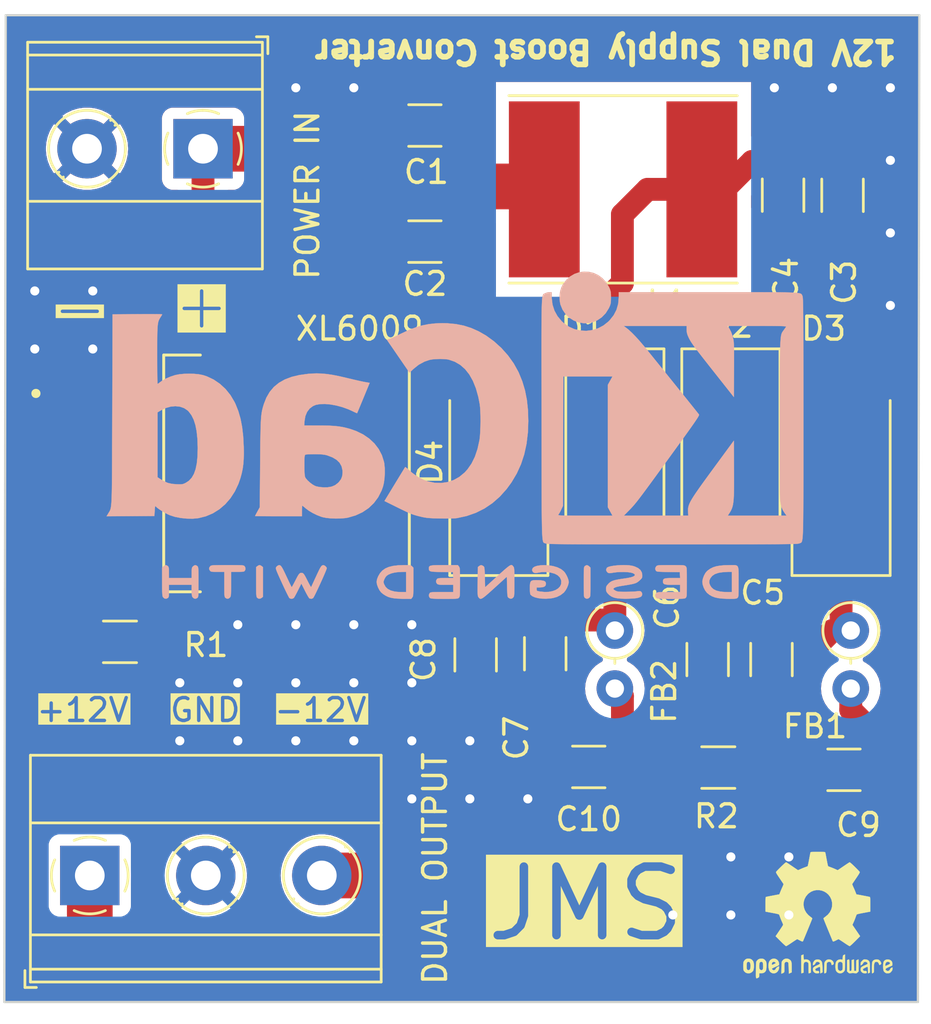
<source format=kicad_pcb>
(kicad_pcb (version 20221018) (generator pcbnew)
  (layers (0 "F.Cu" signal) (31 "B.Cu" signal) (34 "B.Paste" user) (35 "F.Paste" user) (36 "B.SilkS" user "B.Silkscreen") (37 "F.SilkS" user "F.Silkscreen") (38 "B.Mask" user) (39 "F.Mask" user) (44 "Edge.Cuts" user))
  (net 0 "")
  (net 1 "Net-(J2-Pin_1)")
  (net 2 "GND")
  (net 3 "Net-(VR1-SW)")
  (net 4 "Net-(D2-A)")
  (net 5 "Net-(D1-K)")
  (net 6 "Net-(D2-K)")
  (net 7 "Net-(D1-A)")
  (net 8 "Net-(J1-Pin_1)")
  (net 9 "Net-(J1-Pin_3)")
  (net 10 "Net-(VR1-FB)")
  (footprint "Capacitor_SMD:C_1206_3216Metric" (layer "F.Cu") (at 84.328 86.614 90)
    (fp_text reference "C5" (at 2.921 -0.381 180) (layer "F.SilkS"))
    (fp_text value "10uF")
    (pad "1" smd roundrect (at -1.475 0 90) (size 1.15 1.8) (layers "F.Cu" "F.Paste" "F.Mask") (roundrect_rratio 0.217391) (net 6 "Net-(D2-K)"))
    (pad "2" smd roundrect (at 1.475 0 90) (size 1.15 1.8) (layers "F.Cu" "F.Paste" "F.Mask") (roundrect_rratio 0.217391) (net 2 "GND"))
  )
  (footprint "Diode_SMD:D_SMA-SMB_Universal_Handsoldering" (layer "F.Cu") (at 82.55 77.978 -90)
    (fp_text reference "D3" (at -5.842 -4.064 -180) (layer "F.SilkS"))
    (fp_text value "SS34")
    (pad "1" smd trapezoid (at -2.9 0 270) (size 3.6 1.7) (rect_delta 0.6 0) (layers "F.Cu" "F.Paste" "F.Mask") (net 4 "Net-(D2-A)"))
    (pad "2" smd trapezoid (at 2.9 0 90) (size 3.6 1.7) (rect_delta 0.6 0) (layers "F.Cu" "F.Paste" "F.Mask") (net 2 "GND"))
  )
  (footprint "Resistor_SMD:R_1206_3216Metric_Pad1.30x1.75mm_HandSolder" (layer "F.Cu") (at 82 91.34)
    (fp_text reference "R2" (at -0.085 2.132) (layer "F.SilkS"))
    (fp_text value "R")
    (pad "1" smd roundrect (at -1.55 0) (size 1.3 1.75) (layers "F.Cu" "F.Paste" "F.Mask") (roundrect_rratio 0.192308) (net 10 "Net-(VR1-FB)"))
    (pad "2" smd roundrect (at 1.55 0) (size 1.3 1.75) (layers "F.Cu" "F.Paste" "F.Mask") (roundrect_rratio 0.192308) (net 6 "Net-(D2-K)"))
  )
  (footprint "Capacitor_SMD:C_1206_3216Metric" (layer "F.Cu") (at 81.534 86.614 90)
    (fp_text reference "C6" (at 2.286 -1.778 90) (layer "F.SilkS"))
    (fp_text value "10uF")
    (pad "1" smd roundrect (at -1.475 0 90) (size 1.15 1.8) (layers "F.Cu" "F.Paste" "F.Mask") (roundrect_rratio 0.217391) (net 6 "Net-(D2-K)"))
    (pad "2" smd roundrect (at 1.475 0 90) (size 1.15 1.8) (layers "F.Cu" "F.Paste" "F.Mask") (roundrect_rratio 0.217391) (net 2 "GND"))
  )
  (footprint "Resistor_SMD:R_1206_3216Metric_Pad1.30x1.75mm_HandSolder" (layer "F.Cu") (at 55.8 85.84 180)
    (fp_text reference "R1" (at -3.763 -0.139) (layer "F.SilkS"))
    (fp_text value "R")
    (pad "1" smd roundrect (at -1.55 0 180) (size 1.3 1.75) (layers "F.Cu" "F.Paste" "F.Mask") (roundrect_rratio 0.192308) (net 2 "GND"))
    (pad "2" smd roundrect (at 1.55 0 180) (size 1.3 1.75) (layers "F.Cu" "F.Paste" "F.Mask") (roundrect_rratio 0.192308) (net 10 "Net-(VR1-FB)"))
  )
  (footprint "TerminalBlock_Phoenix:TerminalBlock_Phoenix_MKDS-1,5-3-5.08_1x03_P5.08mm_Horizontal" (layer "F.Cu") (at 54.478 96.063)
    (fp_text reference "DUAL OUTPUT " (at 15.118 -0.686 90) (layer "F.SilkS" knockout))
    (fp_text value "Output")
    (pad "1" thru_hole rect (at 0 0) (size 2.6 2.6) (drill 1.3) (layers "*.Cu" "*.Mask") (net 8 "Net-(J1-Pin_1)"))
    (pad "2" thru_hole circle (at 5.08 0) (size 2.6 2.6) (drill 1.3) (layers "*.Cu" "*.Mask") (net 2 "GND"))
    (pad "3" thru_hole circle (at 10.16 0) (size 2.6 2.6) (drill 1.3) (layers "*.Cu" "*.Mask") (net 9 "Net-(J1-Pin_3)"))
  )
  (footprint "Inductor_SMD:L_Taiyo-Yuden_NR-80xx_HandSoldering" (layer "F.Cu") (at 77.83 66.04)
    (fp_text reference "L1" (at 1.926 4.953) (layer "F.SilkS"))
    (fp_text value "20uH")
    (pad "1" smd rect (at -3.45 0) (size 3.1 7.7) (layers "F.Cu" "F.Paste" "F.Mask") (net 1 "Net-(J2-Pin_1)"))
    (pad "2" smd rect (at 3.45 0) (size 3.1 7.7) (layers "F.Cu" "F.Paste" "F.Mask") (net 3 "Net-(VR1-SW)"))
  )
  (footprint "Capacitor_SMD:C_1206_3216Metric" (layer "F.Cu") (at 69.152 68.326 180)
    (fp_text reference "C2" (at 0 -1.85) (layer "F.SilkS"))
    (fp_text value "10uF")
    (pad "1" smd roundrect (at -1.475 0 180) (size 1.15 1.8) (layers "F.Cu" "F.Paste" "F.Mask") (roundrect_rratio 0.217391) (net 1 "Net-(J2-Pin_1)"))
    (pad "2" smd roundrect (at 1.475 0 180) (size 1.15 1.8) (layers "F.Cu" "F.Paste" "F.Mask") (roundrect_rratio 0.217391) (net 2 "GND"))
  )
  (footprint "Symbol:OSHW-Logo2_7.3x6mm_SilkScreen" (layer "F.Cu") (at 86.36 97.79)
    (fp_text reference "REF**" hide)
    (fp_text value "OSHW-Logo2_7.3x6mm_SilkScreen" hide)
  )
  (footprint "Capacitor_SMD:C_1206_3216Metric" (layer "F.Cu") (at 84.836 66.294 -90)
    (fp_text reference "C4" (at 3.683 -0.127 90) (layer "F.SilkS"))
    (fp_text value "10uF")
    (pad "1" smd roundrect (at -1.475 0 270) (size 1.15 1.8) (layers "F.Cu" "F.Paste" "F.Mask") (roundrect_rratio 0.217391) (net 3 "Net-(VR1-SW)"))
    (pad "2" smd roundrect (at 1.475 0 270) (size 1.15 1.8) (layers "F.Cu" "F.Paste" "F.Mask") (roundrect_rratio 0.217391) (net 5 "Net-(D1-K)"))
  )
  (footprint "Diode_SMD:D_SMA-SMB_Universal_Handsoldering" (layer "F.Cu") (at 87.376 77.978 90)
    (fp_text reference "D2" (at 5.969 -4.826 180) (layer "F.SilkS"))
    (fp_text value "SS34")
    (pad "1" smd trapezoid (at -2.9 0 90) (size 3.6 1.7) (rect_delta 0.6 0) (layers "F.Cu" "F.Paste" "F.Mask") (net 6 "Net-(D2-K)"))
    (pad "2" smd trapezoid (at 2.9 0 270) (size 3.6 1.7) (rect_delta 0.6 0) (layers "F.Cu" "F.Paste" "F.Mask") (net 4 "Net-(D2-A)"))
  )
  (footprint "TerminalBlock_Phoenix:TerminalBlock_Phoenix_MKDS-1,5-2-5.08_1x02_P5.08mm_Horizontal" (layer "F.Cu") (at 59.436 64.262 180)
    (fp_text reference "POWER IN" (at -4.572 -2.032 90) (layer "F.SilkS" knockout))
    (fp_text value "Input")
    (pad "1" thru_hole rect (at 0 0 180) (size 2.6 2.6) (drill 1.3) (layers "*.Cu" "*.Mask") (net 1 "Net-(J2-Pin_1)"))
    (pad "2" thru_hole circle (at 5.08 0 180) (size 2.6 2.6) (drill 1.3) (layers "*.Cu" "*.Mask") (net 2 "GND"))
  )
  (footprint "Capacitor_SMD:C_1206_3216Metric" (layer "F.Cu") (at 69.152 63.246 180)
    (fp_text reference "C1" (at -0.063 -2.032) (layer "F.SilkS"))
    (fp_text value "10uF")
    (pad "1" smd roundrect (at -1.475 0 180) (size 1.15 1.8) (layers "F.Cu" "F.Paste" "F.Mask") (roundrect_rratio 0.217391) (net 1 "Net-(J2-Pin_1)"))
    (pad "2" smd roundrect (at 1.475 0 180) (size 1.15 1.8) (layers "F.Cu" "F.Paste" "F.Mask") (roundrect_rratio 0.217391) (net 2 "GND"))
  )
  (footprint "Capacitor_SMD:C_1206_3216Metric" (layer "F.Cu") (at 87.503 91.44 180)
    (fp_text reference "C9" (at -0.635 -2.413) (layer "F.SilkS"))
    (fp_text value "10uF")
    (pad "1" smd roundrect (at -1.475 0 180) (size 1.15 1.8) (layers "F.Cu" "F.Paste" "F.Mask") (roundrect_rratio 0.217391) (net 8 "Net-(J1-Pin_1)"))
    (pad "2" smd roundrect (at 1.475 0 180) (size 1.15 1.8) (layers "F.Cu" "F.Paste" "F.Mask") (roundrect_rratio 0.217391) (net 2 "GND"))
  )
  (footprint "Inductor_THT:L_Axial_L5.3mm_D2.2mm_P2.54mm_Vertical_Vishay_IM-1" (layer "F.Cu") (at 87.8 85.344 -90)
    (fp_text reference "FB1" (at 4.191 1.567 -180) (layer "F.SilkS"))
    (fp_text value "FerriteBead")
    (pad "1" thru_hole circle (at 0 0 270) (size 1.6 1.6) (drill 0.8) (layers "*.Cu" "*.Mask") (net 6 "Net-(D2-K)"))
    (pad "2" thru_hole oval (at 2.54 0 270) (size 1.6 1.6) (drill 0.8) (layers "*.Cu" "*.Mask") (net 8 "Net-(J1-Pin_1)"))
  )
  (footprint "Diode_SMD:D_SMA-SMB_Universal_Handsoldering" (layer "F.Cu") (at 72.39 77.978 90)
    (fp_text reference "D4" (at 0 -3 90) (layer "F.SilkS"))
    (fp_text value "SS34")
    (pad "1" smd trapezoid (at -2.9 0 90) (size 3.6 1.7) (rect_delta 0.6 0) (layers "F.Cu" "F.Paste" "F.Mask") (net 2 "GND"))
    (pad "2" smd trapezoid (at 2.9 0 270) (size 3.6 1.7) (rect_delta 0.6 0) (layers "F.Cu" "F.Paste" "F.Mask") (net 5 "Net-(D1-K)"))
  )
  (footprint "Capacitor_SMD:C_1206_3216Metric" (layer "F.Cu") (at 87.44 66.3 -90)
    (fp_text reference "C3" (at 3.804 -0.063 90) (layer "F.SilkS"))
    (fp_text value "10uF")
    (pad "1" smd roundrect (at -1.475 0 270) (size 1.15 1.8) (layers "F.Cu" "F.Paste" "F.Mask") (roundrect_rratio 0.217391) (net 3 "Net-(VR1-SW)"))
    (pad "2" smd roundrect (at 1.475 0 270) (size 1.15 1.8) (layers "F.Cu" "F.Paste" "F.Mask") (roundrect_rratio 0.217391) (net 4 "Net-(D2-A)"))
  )
  (footprint "JanithFootprints:XL6009" (layer "F.Cu") (at 60.42 78.47)
    (fp_text reference "XL6009" (at 5.874 -6.334) (layer "F.SilkS"))
    (fp_text value "XL6009")
    (pad "1" smd rect (at -6.13 -3.4) (size 3.21 1.05) (layers "F.Cu" "F.Paste" "F.Mask") (net 2 "GND"))
    (pad "2" smd rect (at -6.13 -1.7) (size 3.21 1.05) (layers "F.Cu" "F.Paste" "F.Mask") (net 1 "Net-(J2-Pin_1)"))
    (pad "3" smd rect (at -6.13 0) (size 3.21 1.05) (layers "F.Cu" "F.Paste" "F.Mask") (net 3 "Net-(VR1-SW)"))
    (pad "4" smd rect (at -6.13 1.7) (size 3.21 1.05) (layers "F.Cu" "F.Paste" "F.Mask") (net 1 "Net-(J2-Pin_1)"))
    (pad "5" smd rect (at -6.13 3.4) (size 3.21 1.05) (layers "F.Cu" "F.Paste" "F.Mask") (net 10 "Net-(VR1-FB)"))
    (pad "6" smd rect (at 3.5 0) (size 8.46 10.53) (layers "F.Cu" "F.Mask"))
  )
  (footprint "Capacitor_SMD:C_1206_3216Metric" (layer "F.Cu") (at 71.374 86.409 90)
    (fp_text reference "C8" (at -0.205 -2.286 90) (layer "F.SilkS"))
    (fp_text value "10uF")
    (pad "1" smd roundrect (at -1.475 0 90) (size 1.15 1.8) (layers "F.Cu" "F.Paste" "F.Mask") (roundrect_rratio 0.217391) (net 2 "GND"))
    (pad "2" smd roundrect (at 1.475 0 90) (size 1.15 1.8) (layers "F.Cu" "F.Paste" "F.Mask") (roundrect_rratio 0.217391) (net 7 "Net-(D1-A)"))
  )
  (footprint "Capacitor_SMD:C_1206_3216Metric" (layer "F.Cu") (at 76.327 91.313)
    (fp_text reference "C10" (at 0 2.286) (layer "F.SilkS"))
    (fp_text value "10uF")
    (pad "1" smd roundrect (at -1.475 0) (size 1.15 1.8) (layers "F.Cu" "F.Paste" "F.Mask") (roundrect_rratio 0.217391) (net 2 "GND"))
    (pad "2" smd roundrect (at 1.475 0) (size 1.15 1.8) (layers "F.Cu" "F.Paste" "F.Mask") (roundrect_rratio 0.217391) (net 9 "Net-(J1-Pin_3)"))
  )
  (footprint "Capacitor_SMD:C_1206_3216Metric" (layer "F.Cu") (at 74.422 86.36 90)
    (fp_text reference "C7" (at -3.683 -1.27 90) (layer "F.SilkS"))
    (fp_text value "10uF")
    (pad "1" smd roundrect (at -1.475 0 90) (size 1.15 1.8) (layers "F.Cu" "F.Paste" "F.Mask") (roundrect_rratio 0.217391) (net 2 "GND"))
    (pad "2" smd roundrect (at 1.475 0 90) (size 1.15 1.8) (layers "F.Cu" "F.Paste" "F.Mask") (roundrect_rratio 0.217391) (net 7 "Net-(D1-A)"))
  )
  (footprint "Diode_SMD:D_SMA-SMB_Universal_Handsoldering" (layer "F.Cu") (at 77.47 77.978 -90)
    (fp_text reference "D1" (at -5.842 1.397 -180) (layer "F.SilkS"))
    (fp_text value "SS34")
    (pad "1" smd trapezoid (at -2.9 0 270) (size 3.6 1.7) (rect_delta 0.6 0) (layers "F.Cu" "F.Paste" "F.Mask") (net 5 "Net-(D1-K)"))
    (pad "2" smd trapezoid (at 2.9 0 90) (size 3.6 1.7) (rect_delta 0.6 0) (layers "F.Cu" "F.Paste" "F.Mask") (net 7 "Net-(D1-A)"))
  )
  (footprint "Inductor_THT:L_Axial_L5.3mm_D2.2mm_P2.54mm_Vertical_Vishay_IM-1" (layer "F.Cu") (at 77.47 85.344 -90)
    (fp_text reference "FB2" (at 2.667 -2.159 90) (layer "F.SilkS"))
    (fp_text value "FerriteBead")
    (pad "1" thru_hole circle (at 0 0 270) (size 1.6 1.6) (drill 0.8) (layers "*.Cu" "*.Mask") (net 7 "Net-(D1-A)"))
    (pad "2" thru_hole oval (at 2.54 0 270) (size 1.6 1.6) (drill 0.8) (layers "*.Cu" "*.Mask") (net 9 "Net-(J1-Pin_3)"))
  )
  (footprint "Symbol:KiCad-Logo2_12mm_SilkScreen" (layer "B.Cu") (at 70.485 75.565 180)
    (fp_text reference "REF**" hide)
    (fp_text value "KiCad-Logo2_12mm_SilkScreen" hide)
  )
  (gr_line (start 50.739 101.6) (end 50.8 58.42) (stroke (width 0.1)) (layer "Edge.Cuts"))
  (gr_line (start 90.739 101.6) (end 90.8 58.42) (stroke (width 0.1)) (layer "Edge.Cuts"))
  (gr_line (start 50.8 58.42) (end 90.8 58.42) (stroke (width 0.1)) (layer "Edge.Cuts"))
  (gr_line (start 50.739 101.6) (end 90.739 101.6) (stroke (width 0.1)) (layer "Edge.Cuts"))
  (gr_text "12V Dual Supply Boost Converter" (at 89.916 59.436 180) (layer "F.SilkS") (effects (font (size 1 1) (thickness 0.25) bold) (justify left bottom)))
  (gr_text "+" (at 58.039 72.263) (layer "F.SilkS" knockout) (effects (font (size 2 2)) (justify left bottom)))
  (gr_text "+12V" (at 52.07 89.408) (layer "F.SilkS" knockout) (effects (font (size 1 1)) (justify left bottom)))
  (gr_text "-12V" (at 62.484 89.408) (layer "F.SilkS" knockout) (effects (font (size 1 1)) (justify left bottom)))
  (gr_text "-" (at 52.705 72.39) (layer "F.SilkS" knockout) (effects (font (size 2 2)) (justify left bottom)))
  (gr_text "JMS" (at 76.2 99.06) (layer "F.SilkS" knockout) (effects (font (size 3 3) (thickness 0.375)) (justify bottom)))
  (gr_text "GND" (at 57.912 89.408) (layer "F.SilkS" knockout) (effects (font (size 1 1)) (justify left bottom)))
  (segment (start 70.627 66.04) (end 70.627 68.326) (width 1) (layer "F.Cu") (net 1))
  (segment (start 54.29 76.77) (end 56.12 76.77) (width 1) (layer "F.Cu") (net 1))
  (segment (start 54.29 80.17) (end 52.46 80.17) (width 1) (layer "F.Cu") (net 1))
  (segment (start 74.38 66.04) (end 74.253 65.913) (width 2) (layer "F.Cu") (net 1))
  (segment (start 70.5 65.913) (end 65.024 65.913) (width 2) (layer "F.Cu") (net 1))
  (segment (start 74.075 65.735) (end 74.38 66.04) (width 1) (layer "F.Cu") (net 1))
  (segment (start 52.67 76.77) (end 54.29 76.77) (width 1) (layer "F.Cu") (net 1))
  (segment (start 51.8 77.64) (end 52.67 76.77) (width 1) (layer "F.Cu") (net 1))
  (segment (start 59.436 64.262) (end 59.436 68.504) (width 1) (layer "F.Cu") (net 1))
  (segment (start 70.754 65.913) (end 70.627 66.04) (width 2) (layer "F.Cu") (net 1))
  (segment (start 52.46 80.17) (end 51.8 79.51) (width 1) (layer "F.Cu") (net 1))
  (segment (start 59.436 68.504) (end 56.8 71.14) (width 1) (layer "F.Cu") (net 1))
  (segment (start 65.024 65.913) (end 63.373 64.262) (width 2) (layer "F.Cu") (net 1))
  (segment (start 51.8 79.51) (end 51.8 77.64) (width 1) (layer "F.Cu") (net 1))
  (segment (start 56.12 76.77) (end 56.8 76.09) (width 1) (layer "F.Cu") (net 1))
  (segment (start 70.5 65.913) (end 70.627 66.04) (width 1) (layer "F.Cu") (net 1))
  (segment (start 70.627 63.246) (end 70.627 66.04) (width 1) (layer "F.Cu") (net 1))
  (segment (start 74.253 65.913) (end 70.754 65.913) (width 2) (layer "F.Cu") (net 1))
  (segment (start 56.8 76.09) (end 56.8 71.14) (width 1) (layer "F.Cu") (net 1))
  (segment (start 63.373 64.262) (end 59.436 64.262) (width 2) (layer "F.Cu") (net 1))
  (via (at 80.01 97.79) (size 0.8) (drill 0.4) (layers "F.Cu" "B.Cu") (net 2))
  (via (at 60.96 90.17) (size 0.8) (drill 0.4) (layers "F.Cu" "B.Cu") (net 2))
  (via (at 63.5 90.17) (size 0.8) (drill 0.4) (layers "F.Cu" "B.Cu") (net 2))
  (via (at 71.12 92.71) (size 0.8) (drill 0.4) (layers "F.Cu" "B.Cu") (net 2))
  (via (at 54.61 73.025) (size 0.8) (drill 0.4) (layers "F.Cu" "B.Cu") (net 2))
  (via (at 63.5 85.09) (size 0.8) (drill 0.4) (layers "F.Cu" "B.Cu") (net 2))
  (via (at 89.535 71.12) (size 0.8) (drill 0.4) (layers "F.Cu" "B.Cu") (net 2))
  (via (at 84.455 61.595) (size 0.8) (drill 0.4) (layers "F.Cu" "B.Cu") (net 2))
  (via (at 60.96 85.09) (size 0.8) (drill 0.4) (layers "F.Cu" "B.Cu") (net 2))
  (via (at 63.5 61.595) (size 0.8) (drill 0.4) (layers "F.Cu" "B.Cu") (net 2))
  (via (at 60.96 87.63) (size 0.8) (drill 0.4) (layers "F.Cu" "B.Cu") (net 2))
  (via (at 68.58 92.71) (size 0.8) (drill 0.4) (layers "F.Cu" "B.Cu") (net 2))
  (via (at 68.58 87.63) (size 0.8) (drill 0.4) (layers "F.Cu" "B.Cu") (net 2))
  (via (at 66.04 87.63) (size 0.8) (drill 0.4) (layers "F.Cu" "B.Cu") (net 2))
  (via (at 89.535 61.595) (size 0.8) (drill 0.4) (layers "F.Cu" "B.Cu") (net 2))
  (via (at 58.42 90.17) (size 0.8) (drill 0.4) (layers "F.Cu" "B.Cu") (net 2))
  (via (at 52.07 70.485) (size 0.8) (drill 0.4) (layers "F.Cu" "B.Cu") (net 2))
  (via (at 54.61 70.485) (size 0.8) (drill 0.4) (layers "F.Cu" "B.Cu") (net 2))
  (via (at 86.995 61.595) (size 0.8) (drill 0.4) (layers "F.Cu" "B.Cu") (net 2))
  (via (at 71.12 90.17) (size 0.8) (drill 0.4) (layers "F.Cu" "B.Cu") (net 2))
  (via (at 89.535 64.77) (size 0.8) (drill 0.4) (layers "F.Cu" "B.Cu") (net 2))
  (via (at 66.04 85.09) (size 0.8) (drill 0.4) (layers "F.Cu" "B.Cu") (net 2))
  (via (at 63.5 87.63) (size 0.8) (drill 0.4) (layers "F.Cu" "B.Cu") (net 2))
  (via (at 82.55 95.25) (size 0.8) (drill 0.4) (layers "F.Cu" "B.Cu") (net 2))
  (via (at 89.535 67.945) (size 0.8) (drill 0.4) (layers "F.Cu" "B.Cu") (net 2))
  (via (at 66.04 61.595) (size 0.8) (drill 0.4) (layers "F.Cu" "B.Cu") (net 2))
  (via (at 85.09 97.79) (size 0.8) (drill 0.4) (layers "F.Cu" "B.Cu") (net 2))
  (via (at 68.58 90.17) (size 0.8) (drill 0.4) (layers "F.Cu" "B.Cu") (net 2))
  (via (at 66.04 90.17) (size 0.8) (drill 0.4) (layers "F.Cu" "B.Cu") (net 2))
  (via (at 52.07 73.025) (size 0.8) (drill 0.4) (layers "F.Cu" "B.Cu") (net 2))
  (via (at 82.55 97.79) (size 0.8) (drill 0.4) (layers "F.Cu" "B.Cu") (net 2))
  (via (at 73.66 92.71) (size 0.8) (drill 0.4) (layers "F.Cu" "B.Cu") (net 2))
  (via (at 58.42 87.63) (size 0.8) (drill 0.4) (layers "F.Cu" "B.Cu") (net 2))
  (via (at 68.58 85.09) (size 0.8) (drill 0.4) (layers "F.Cu" "B.Cu") (net 2))
  (via (at 85.09 95.25) (size 0.8) (drill 0.4) (layers "F.Cu" "B.Cu") (net 2))
  (segment (start 58.3 72.14) (end 58.8 71.64) (width 1) (layer "F.Cu") (net 3))
  (segment (start 81.28 66.04) (end 82.26 66.04) (width 1) (layer "F.Cu") (net 3))
  (segment (start 54.29 78.47) (end 56.895 78.47) (width 1) (layer "F.Cu") (net 3))
  (segment (start 58.8 71.64) (end 76.3 71.64) (width 1) (layer "F.Cu") (net 3))
  (segment (start 87.44 64.825) (end 84.842 64.825) (width 1) (layer "F.Cu") (net 3))
  (segment (start 58.3 77.065) (end 58.3 72.14) (width 1) (layer "F.Cu") (net 3))
  (segment (start 77.8 67.14) (end 78.9 66.04) (width 1) (layer "F.Cu") (net 3))
  (segment (start 84.842 64.825) (end 84.836 64.819) (width 1) (layer "F.Cu") (net 3))
  (segment (start 77.8 70.14) (end 77.8 67.14) (width 1) (layer "F.Cu") (net 3))
  (segment (start 78.9 66.04) (end 81.28 66.04) (width 1) (layer "F.Cu") (net 3))
  (segment (start 76.3 71.64) (end 77.8 70.14) (width 1) (layer "F.Cu") (net 3))
  (segment (start 82.26 66.04) (end 83.481 64.819) (width 1) (layer "F.Cu") (net 3))
  (segment (start 56.895 78.47) (end 58.3 77.065) (width 1) (layer "F.Cu") (net 3))
  (segment (start 83.481 64.819) (end 84.836 64.819) (width 1) (layer "F.Cu") (net 3))
  (segment (start 87.44 75.014) (end 87.376 75.078) (width 1) (layer "F.Cu") (net 4))
  (segment (start 87.44 67.775) (end 87.44 75.014) (width 1) (layer "F.Cu") (net 4))
  (segment (start 82.55 75.078) (end 87.376 75.078) (width 1) (layer "F.Cu") (net 4))
  (segment (start 77.47 75.078) (end 81.008 71.54) (width 1) (layer "F.Cu") (net 5))
  (segment (start 72.39 75.078) (end 77.47 75.078) (width 1) (layer "F.Cu") (net 5))
  (segment (start 84.836 70.274) (end 84.836 67.769) (width 1) (layer "F.Cu") (net 5))
  (segment (start 81.008 71.54) (end 83.57 71.54) (width 1) (layer "F.Cu") (net 5))
  (segment (start 83.57 71.54) (end 84.836 70.274) (width 1) (layer "F.Cu") (net 5))
  (segment (start 86.995 85.344) (end 87.8 85.344) (width 1) (layer "F.Cu") (net 6))
  (segment (start 84.328 89.662) (end 84.328 88.089) (width 1) (layer "F.Cu") (net 6))
  (segment (start 83.55 90.44) (end 84.328 89.662) (width 1) (layer "F.Cu") (net 6))
  (segment (start 84.328 88.011) (end 86.995 85.344) (width 1) (layer "F.Cu") (net 6))
  (segment (start 81.534 88.089) (end 84.328 88.089) (width 1) (layer "F.Cu") (net 6))
  (segment (start 87.376 84.92) (end 87.8 85.344) (width 1) (layer "F.Cu") (net 6))
  (segment (start 84.328 88.089) (end 84.328 88.011) (width 1) (layer "F.Cu") (net 6))
  (segment (start 83.55 91.34) (end 83.55 90.44) (width 1) (layer "F.Cu") (net 6))
  (segment (start 87.376 80.878) (end 87.376 84.92) (width 1) (layer "F.Cu") (net 6))
  (segment (start 77.47 80.878) (end 77.47 85.344) (width 1) (layer "F.Cu") (net 7))
  (segment (start 74.373 84.934) (end 74.422 84.885) (width 1) (layer "F.Cu") (net 7))
  (segment (start 71.374 84.934) (end 74.373 84.934) (width 1) (layer "F.Cu") (net 7))
  (segment (start 74.422 84.885) (end 77.011 84.885) (width 1) (layer "F.Cu") (net 7))
  (segment (start 77.011 84.885) (end 77.47 85.344) (width 1) (layer "F.Cu") (net 7))
  (segment (start 87.8 88.816) (end 88.978 89.994) (width 1) (layer "F.Cu") (net 8))
  (segment (start 87.8 87.884) (end 87.8 88.816) (width 1) (layer "F.Cu") (net 8))
  (segment (start 89.027 96.901) (end 89.027 94.361) (width 2) (layer "F.Cu") (net 8))
  (segment (start 54.478 98.801) (end 56.134 100.457) (width 2) (layer "F.Cu") (net 8))
  (segment (start 88.978 89.994) (end 88.978 91.44) (width 1) (layer "F.Cu") (net 8))
  (segment (start 88.978 94.312) (end 88.978 91.44) (width 1) (layer "F.Cu") (net 8))
  (segment (start 56.134 100.457) (end 85.471 100.457) (width 2) (layer "F.Cu") (net 8))
  (segment (start 89.027 94.361) (end 88.978 94.312) (width 1) (layer "F.Cu") (net 8))
  (segment (start 54.478 96.063) (end 54.478 98.801) (width 2) (layer "F.Cu") (net 8))
  (segment (start 85.471 100.457) (end 89.027 96.901) (width 2) (layer "F.Cu") (net 8))
  (segment (start 77.597 94.107) (end 77.802 93.902) (width 1) (layer "F.Cu") (net 9))
  (segment (start 64.638 96.063) (end 75.641 96.063) (width 2) (layer "F.Cu") (net 9))
  (segment (start 77.802 93.902) (end 77.802 91.313) (width 1) (layer "F.Cu") (net 9))
  (segment (start 77.802 91.313) (end 77.802 88.216) (width 1) (layer "F.Cu") (net 9))
  (segment (start 75.641 96.063) (end 77.597 94.107) (width 2) (layer "F.Cu") (net 9))
  (segment (start 77.802 88.216) (end 77.47 87.884) (width 1) (layer "F.Cu") (net 9))
  (segment (start 80.45 94.429) (end 76.503 98.376) (width 1) (layer "F.Cu") (net 10))
  (segment (start 80.45 91.34) (end 80.45 94.429) (width 1) (layer "F.Cu") (net 10))
  (segment (start 54.29 85.8) (end 54.25 85.84) (width 1) (layer "F.Cu") (net 10))
  (segment (start 56.896 92.329) (end 54.229 89.662) (width 1) (layer "F.Cu") (net 10))
  (segment (start 54.29 81.87) (end 54.29 85.8) (width 1) (layer "F.Cu") (net 10))
  (segment (start 54.229 89.662) (end 54.25 89.641) (width 1) (layer "F.Cu") (net 10))
  (segment (start 56.896 97.155) (end 56.896 92.329) (width 1) (layer "F.Cu") (net 10))
  (segment (start 54.25 89.641) (end 54.25 85.84) (width 1) (layer "F.Cu") (net 10))
  (segment (start 58.117 98.376) (end 56.896 97.155) (width 1) (layer "F.Cu") (net 10))
  (segment (start 76.503 98.376) (end 58.117 98.376) (width 1) (layer "F.Cu") (net 10))
  (zone (net 2) (net_name "GND") (layers "F&B.Cu") (connect_pads (clearance 0.5)) (min_thickness 0.25) (fill yes (thermal_gap 0.5) (thermal_bridge_width 0.5))
    (polygon (pts (xy 90.932 58.166) (xy 90.805613 101.920713) (xy 50.673613 102.047713) (xy 50.546613 58.166)))
  )
  (zone (net 0) (net_name "") (layers "F&B.Cu" "F.SilkS") (connect_pads (clearance 0)) (min_thickness 0.25)
    (keepout (tracks not_allowed) (vias not_allowed) (pads not_allowed) (copperpour not_allowed) (footprints allowed))
    (fill (thermal_gap 0.5) (thermal_bridge_width 0.5))
    (polygon (pts (xy 72.263 61.341) (xy 83.439 61.341) (xy 83.439 70.739) (xy 72.263 70.739)))
  )
)
</source>
